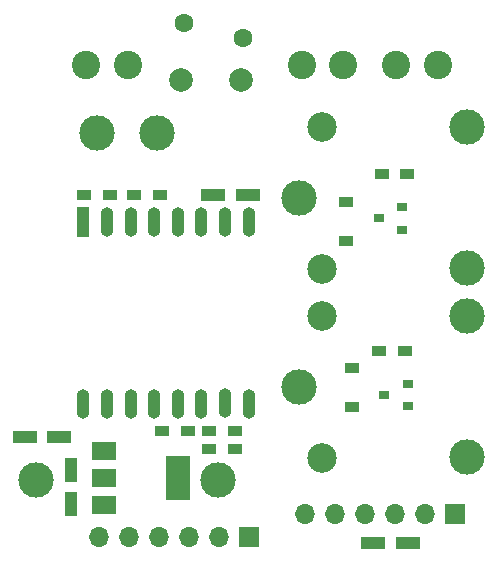
<source format=gbs>
G04 #@! TF.GenerationSoftware,KiCad,Pcbnew,no-vcs-found-e3c64f1~59~ubuntu16.04.1*
G04 #@! TF.CreationDate,2017-08-28T13:01:16+03:00*
G04 #@! TF.ProjectId,wifi_lights,776966695F6C69676874732E6B696361,rev?*
G04 #@! TF.SameCoordinates,Original*
G04 #@! TF.FileFunction,Soldermask,Bot*
G04 #@! TF.FilePolarity,Negative*
%FSLAX46Y46*%
G04 Gerber Fmt 4.6, Leading zero omitted, Abs format (unit mm)*
G04 Created by KiCad (PCBNEW no-vcs-found-e3c64f1~59~ubuntu16.04.1) date Mon Aug 28 13:01:16 2017*
%MOMM*%
%LPD*%
G01*
G04 APERTURE LIST*
%ADD10C,2.400000*%
%ADD11R,1.200000X0.900000*%
%ADD12O,1.700000X1.700000*%
%ADD13R,1.700000X1.700000*%
%ADD14R,0.900000X0.800000*%
%ADD15C,2.500000*%
%ADD16C,3.000000*%
%ADD17C,1.600000*%
%ADD18R,2.000000X1.500000*%
%ADD19R,2.000000X3.800000*%
%ADD20C,2.000000*%
%ADD21R,2.150000X1.100000*%
%ADD22R,1.100000X2.150000*%
%ADD23R,1.100000X2.500000*%
%ADD24O,1.100000X2.500000*%
G04 APERTURE END LIST*
D10*
X112750000Y-56000000D03*
X109250000Y-56000000D03*
X135500000Y-56000000D03*
X139000000Y-56000000D03*
X131000000Y-56000000D03*
X127500000Y-56000000D03*
D11*
X131250000Y-67600000D03*
X131250000Y-70900000D03*
X131750000Y-85000000D03*
X131750000Y-81700000D03*
D12*
X127800000Y-94000000D03*
X130340000Y-94000000D03*
X132880000Y-94000000D03*
X135420000Y-94000000D03*
X137960000Y-94000000D03*
D13*
X140500000Y-94000000D03*
D14*
X134000000Y-69000000D03*
X136000000Y-69950000D03*
X136000000Y-68050000D03*
X136500000Y-83000000D03*
X136500000Y-84900000D03*
X134500000Y-83950000D03*
D11*
X113300000Y-67000000D03*
X115500000Y-67000000D03*
X111250000Y-67000000D03*
X109050000Y-67000000D03*
X119650000Y-88500000D03*
X121850000Y-88500000D03*
X117850000Y-87000000D03*
X115650000Y-87000000D03*
X121850000Y-87000000D03*
X119650000Y-87000000D03*
X136450000Y-65250000D03*
X134250000Y-65250000D03*
X134050000Y-80250000D03*
X136250000Y-80250000D03*
D15*
X129200000Y-73300000D03*
X129200000Y-61300000D03*
D16*
X127250000Y-67250000D03*
X141450000Y-73250000D03*
X141450000Y-61250000D03*
X141450000Y-77250000D03*
X141450000Y-89250000D03*
X127250000Y-83250000D03*
D15*
X129200000Y-77300000D03*
X129200000Y-89300000D03*
D17*
X117500000Y-52450000D03*
X122500000Y-53750000D03*
D18*
X110750000Y-93300000D03*
X110750000Y-88700000D03*
X110750000Y-91000000D03*
D19*
X117050000Y-91000000D03*
D20*
X122330000Y-57260000D03*
X117250000Y-57250000D03*
D12*
X110300000Y-96000000D03*
X112840000Y-96000000D03*
X115380000Y-96000000D03*
X117920000Y-96000000D03*
X120460000Y-96000000D03*
D13*
X123000000Y-96000000D03*
D21*
X106975000Y-87500000D03*
X104025000Y-87500000D03*
D22*
X108000000Y-93225000D03*
X108000000Y-90275000D03*
D21*
X133550000Y-96500000D03*
X136500000Y-96500000D03*
D16*
X115200000Y-61799982D03*
X110200000Y-61799982D03*
X120400000Y-91199982D03*
X105000000Y-91199982D03*
D21*
X120025000Y-67000000D03*
X122975000Y-67000000D03*
D23*
X109000000Y-69300000D03*
D24*
X111000000Y-69300000D03*
X113000000Y-69300000D03*
X115000000Y-69300000D03*
X117000000Y-69300000D03*
X119000000Y-69300000D03*
X121000000Y-69300000D03*
X123000000Y-69300000D03*
X123000000Y-84700000D03*
X121000000Y-84600000D03*
X119000000Y-84700000D03*
X117000000Y-84700000D03*
X115000000Y-84700000D03*
X113000000Y-84700000D03*
X111000000Y-84700000D03*
X109000000Y-84700000D03*
M02*

</source>
